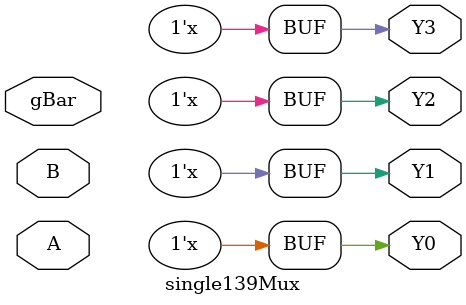
<source format=sv>
module mathbox
  (
   inout logic [7:0] EDB,
   input logic [6:0] EAB,
   input logic e3Mhz, e6Mhz, ePhi2, eioBar, eReadHighWriteLow,
   output logic switchesBar, outputLatchBar
   );


   single139Mux c3_1(.gBar(eioBar), .A(EAB[6]), .B(EAB[5]), );
   

endmodule: mathbox

module single139Mux
  (
   input logic gBar,
   input logic A, B,
   output logic Y0, Y1, Y2, Y3
   );

   logic [3:0] 	Y;
   
   always_comb
     begin
	{{Y3},{Y2},{Y1},{Y0}} = Y;
	
	if(gBar)
	  begin
	     Y = 4'hF;
	  end
	else
	  begin
	     case({{A},{B}})
	       2'h0: Y = 4'hE;
	       2'h1: Y = 4'hD;
	       2'h2: Y = 4'hB;
	       2'h3: Y = 4'h7;
	     endcase // case ({{A},{B}})
	  end
     end

endmodule: single139Mux

</source>
